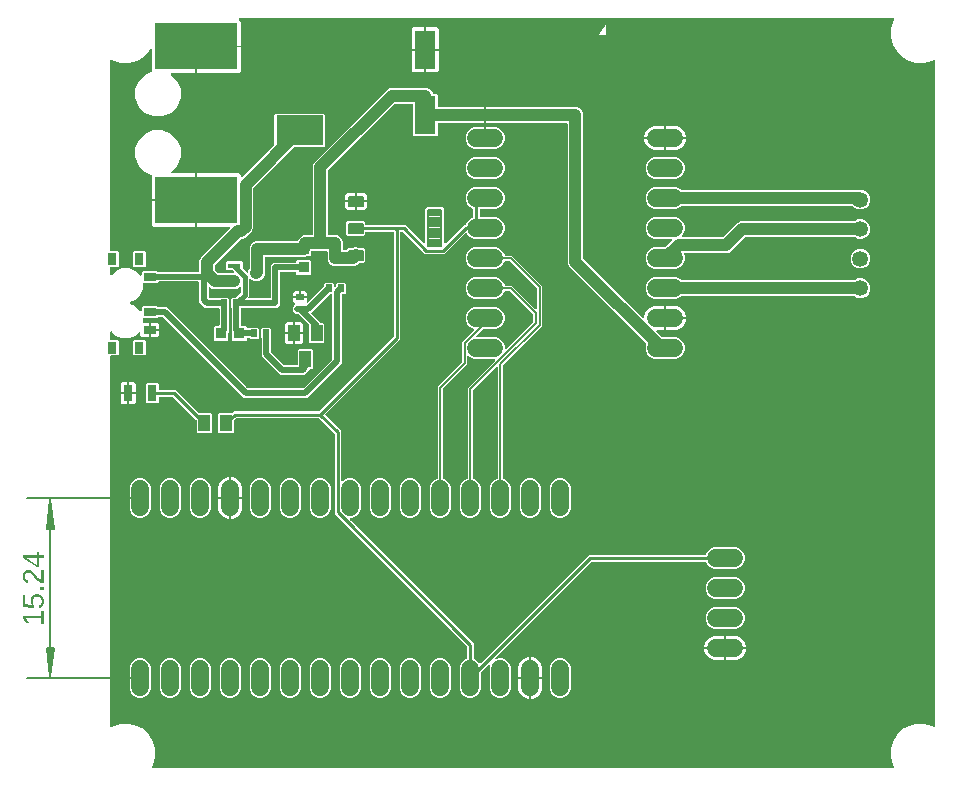
<source format=gbr>
G04 EAGLE Gerber RS-274X export*
G75*
%MOMM*%
%FSLAX34Y34*%
%LPD*%
%INTop Copper*%
%IPPOS*%
%AMOC8*
5,1,8,0,0,1.08239X$1,22.5*%
G01*
G04 Define Apertures*
%ADD10C,0.130000*%
%ADD11C,1.348000*%
%ADD12C,0.139500*%
%ADD13C,0.196500*%
%ADD14C,1.524000*%
%ADD15R,1.803400X3.302000*%
%ADD16R,4.000000X2.500000*%
%ADD17R,7.000000X4.000000*%
%ADD18R,1.031200X1.420200*%
%ADD19R,1.080000X0.430000*%
%ADD20R,0.644000X0.535100*%
%ADD21R,0.535100X0.644000*%
%ADD22R,0.970200X0.920900*%
%ADD23R,0.920900X0.970200*%
%ADD24R,1.100000X0.700000*%
%ADD25R,0.800000X1.000000*%
%ADD26R,1.000000X1.400000*%
%ADD27R,0.761800X1.361800*%
%ADD28C,0.254000*%
%ADD29C,0.152400*%
%ADD30C,1.016000*%
%ADD31C,0.508000*%
%ADD32C,0.406400*%
G36*
X675757Y152460D02*
X675460Y152400D01*
X48440Y152400D01*
X48080Y152490D01*
X47846Y152684D01*
X47707Y152953D01*
X47684Y153255D01*
X47780Y153543D01*
X48845Y155389D01*
X50560Y161788D01*
X50560Y168412D01*
X48845Y174811D01*
X45533Y180549D01*
X40849Y185233D01*
X35111Y188545D01*
X28712Y190260D01*
X22088Y190260D01*
X15689Y188545D01*
X13843Y187480D01*
X13486Y187378D01*
X13187Y187429D01*
X12932Y187592D01*
X12760Y187843D01*
X12700Y188140D01*
X12700Y501314D01*
X12751Y501589D01*
X12915Y501844D01*
X13165Y502016D01*
X13462Y502076D01*
X18791Y502076D01*
X19684Y502969D01*
X19684Y514231D01*
X18791Y515124D01*
X13462Y515124D01*
X13187Y515175D01*
X12932Y515339D01*
X12760Y515589D01*
X12700Y515886D01*
X12700Y521488D01*
X12747Y521751D01*
X12906Y522009D01*
X13154Y522185D01*
X13450Y522250D01*
X13748Y522194D01*
X14001Y522027D01*
X17356Y518672D01*
X22744Y516440D01*
X28576Y516440D01*
X33964Y518672D01*
X36819Y521527D01*
X37039Y521680D01*
X37334Y521750D01*
X37633Y521699D01*
X37888Y521535D01*
X38060Y521285D01*
X38120Y520988D01*
X38120Y519048D01*
X39608Y517560D01*
X45398Y517560D01*
X45398Y529640D01*
X41082Y529640D01*
X40807Y529691D01*
X40552Y529855D01*
X40380Y530105D01*
X40320Y530402D01*
X40320Y532814D01*
X40371Y533089D01*
X40535Y533344D01*
X40785Y533516D01*
X41082Y533576D01*
X52291Y533576D01*
X53028Y534313D01*
X53270Y534476D01*
X53567Y534536D01*
X56608Y534536D01*
X56894Y534480D01*
X57147Y534313D01*
X125624Y465836D01*
X179483Y465836D01*
X208929Y495281D01*
X208929Y553294D01*
X208980Y553569D01*
X209143Y553824D01*
X209393Y553996D01*
X209691Y554056D01*
X211582Y554056D01*
X212475Y554949D01*
X212475Y562651D01*
X211582Y563544D01*
X204968Y563544D01*
X204076Y562651D01*
X204076Y560664D01*
X204020Y560378D01*
X203852Y560125D01*
X203625Y559898D01*
X203406Y559745D01*
X203111Y559675D01*
X202812Y559726D01*
X202556Y559889D01*
X202385Y560139D01*
X202325Y560437D01*
X202325Y562651D01*
X201432Y563544D01*
X194818Y563544D01*
X193926Y562651D01*
X193926Y560664D01*
X193870Y560378D01*
X193702Y560125D01*
X180466Y546889D01*
X180247Y546736D01*
X179952Y546666D01*
X179653Y546717D01*
X179397Y546880D01*
X179226Y547130D01*
X179166Y547428D01*
X179166Y550413D01*
X167646Y550413D01*
X167646Y547447D01*
X169173Y545920D01*
X169331Y545690D01*
X169396Y545394D01*
X169340Y545096D01*
X169173Y544843D01*
X168621Y544292D01*
X168606Y544211D01*
X168438Y543959D01*
X167053Y542573D01*
X167053Y539206D01*
X169433Y536826D01*
X171542Y536826D01*
X171828Y536770D01*
X172081Y536602D01*
X180553Y528130D01*
X180716Y527889D01*
X180776Y527592D01*
X180776Y513243D01*
X181669Y512351D01*
X192931Y512351D01*
X193824Y513243D01*
X193824Y528506D01*
X192931Y529399D01*
X191095Y529399D01*
X190809Y529454D01*
X190556Y529622D01*
X183164Y537014D01*
X183006Y537244D01*
X182941Y537541D01*
X182996Y537839D01*
X183164Y538092D01*
X198905Y553833D01*
X199147Y553996D01*
X199444Y554056D01*
X200039Y554056D01*
X200313Y554005D01*
X200569Y553841D01*
X200740Y553591D01*
X200801Y553294D01*
X200801Y498964D01*
X200745Y498678D01*
X200577Y498425D01*
X176340Y474187D01*
X176098Y474024D01*
X175801Y473964D01*
X129306Y473964D01*
X129020Y474020D01*
X128768Y474187D01*
X60291Y542664D01*
X53567Y542664D01*
X53281Y542720D01*
X53028Y542887D01*
X52291Y543624D01*
X40029Y543624D01*
X39136Y542731D01*
X39136Y540196D01*
X39089Y539933D01*
X38930Y539675D01*
X38682Y539499D01*
X38386Y539434D01*
X38088Y539490D01*
X37835Y539657D01*
X33964Y543528D01*
X29455Y545396D01*
X29230Y545540D01*
X29052Y545786D01*
X28985Y546082D01*
X29038Y546380D01*
X29203Y546635D01*
X29455Y546804D01*
X33964Y548672D01*
X38088Y552796D01*
X40320Y558184D01*
X40320Y562814D01*
X40371Y563089D01*
X40535Y563344D01*
X40785Y563516D01*
X41082Y563576D01*
X52291Y563576D01*
X53028Y564313D01*
X53270Y564476D01*
X53567Y564536D01*
X87016Y564536D01*
X87291Y564485D01*
X87546Y564321D01*
X87718Y564071D01*
X87778Y563774D01*
X87778Y547317D01*
X93059Y542036D01*
X104399Y542036D01*
X104674Y541985D01*
X104929Y541821D01*
X105101Y541571D01*
X105161Y541274D01*
X105161Y527837D01*
X105110Y527562D01*
X104946Y527307D01*
X104696Y527135D01*
X104399Y527075D01*
X101318Y527075D01*
X100426Y526182D01*
X100426Y515218D01*
X101318Y514325D01*
X111790Y514325D01*
X112683Y515218D01*
X112683Y520766D01*
X112738Y521051D01*
X112906Y521304D01*
X113289Y521688D01*
X113289Y541798D01*
X113345Y542084D01*
X113425Y542204D01*
X113425Y549951D01*
X112532Y550844D01*
X105918Y550844D01*
X105461Y550387D01*
X105220Y550224D01*
X104923Y550164D01*
X96741Y550164D01*
X96455Y550220D01*
X96202Y550387D01*
X96129Y550460D01*
X95966Y550702D01*
X95906Y550999D01*
X95906Y559157D01*
X95953Y559420D01*
X96112Y559678D01*
X96360Y559854D01*
X96656Y559919D01*
X96954Y559863D01*
X97207Y559696D01*
X97501Y559401D01*
X99928Y558396D01*
X119014Y558396D01*
X121441Y559401D01*
X121799Y559760D01*
X122019Y559913D01*
X122314Y559983D01*
X122613Y559932D01*
X122868Y559768D01*
X123040Y559518D01*
X123100Y559221D01*
X123100Y555170D01*
X123044Y554884D01*
X122877Y554631D01*
X119313Y551067D01*
X119072Y550904D01*
X118774Y550844D01*
X116068Y550844D01*
X115176Y549951D01*
X115176Y542206D01*
X115251Y542095D01*
X115311Y541798D01*
X115311Y521688D01*
X115694Y521304D01*
X115857Y521063D01*
X115918Y520766D01*
X115918Y515218D01*
X116810Y514325D01*
X127282Y514325D01*
X128175Y515218D01*
X128175Y515874D01*
X128226Y516149D01*
X128389Y516404D01*
X128639Y516576D01*
X128937Y516636D01*
X130323Y516636D01*
X130609Y516580D01*
X130861Y516413D01*
X131318Y515956D01*
X137932Y515956D01*
X138825Y516849D01*
X138825Y524551D01*
X137932Y525444D01*
X131318Y525444D01*
X130861Y524987D01*
X130620Y524824D01*
X130323Y524764D01*
X128937Y524764D01*
X128662Y524815D01*
X128406Y524979D01*
X128235Y525229D01*
X128175Y525526D01*
X128175Y526182D01*
X127282Y527075D01*
X124201Y527075D01*
X123926Y527126D01*
X123671Y527290D01*
X123499Y527540D01*
X123439Y527837D01*
X123439Y541274D01*
X123490Y541549D01*
X123654Y541804D01*
X123904Y541976D01*
X124201Y542036D01*
X154083Y542036D01*
X156464Y544417D01*
X156464Y571628D01*
X156515Y571903D01*
X156679Y572158D01*
X156929Y572330D01*
X157226Y572390D01*
X169238Y572390D01*
X169512Y572339D01*
X169768Y572175D01*
X169939Y571925D01*
X170000Y571628D01*
X170000Y571218D01*
X170892Y570326D01*
X181857Y570326D01*
X182750Y571218D01*
X182750Y581690D01*
X181857Y582583D01*
X170892Y582583D01*
X170000Y581690D01*
X170000Y581280D01*
X169948Y581005D01*
X169785Y580750D01*
X169535Y580578D01*
X169238Y580518D01*
X150717Y580518D01*
X148336Y578137D01*
X148336Y550926D01*
X148285Y550651D01*
X148121Y550396D01*
X147871Y550224D01*
X147574Y550164D01*
X130308Y550164D01*
X130044Y550211D01*
X129786Y550370D01*
X129611Y550618D01*
X129546Y550914D01*
X129601Y551212D01*
X129769Y551465D01*
X130212Y551908D01*
X130212Y566409D01*
X130259Y566672D01*
X130418Y566930D01*
X130666Y567106D01*
X130962Y567171D01*
X131260Y567115D01*
X131513Y566948D01*
X132559Y565901D01*
X134986Y564896D01*
X137614Y564896D01*
X140041Y565901D01*
X141742Y567603D01*
X141984Y567766D01*
X142281Y567826D01*
X142331Y567826D01*
X143224Y568719D01*
X143224Y569413D01*
X143282Y569705D01*
X143890Y571172D01*
X143890Y584580D01*
X143941Y584855D01*
X144105Y585110D01*
X144355Y585282D01*
X144652Y585342D01*
X177688Y585342D01*
X178696Y585760D01*
X178988Y585818D01*
X181857Y585818D01*
X182750Y586710D01*
X182750Y589534D01*
X182801Y589809D01*
X182964Y590064D01*
X183214Y590236D01*
X183512Y590296D01*
X195834Y590296D01*
X196109Y590245D01*
X196364Y590081D01*
X196536Y589831D01*
X196596Y589534D01*
X196596Y582886D01*
X197601Y580459D01*
X199459Y578601D01*
X201886Y577596D01*
X219364Y577596D01*
X221791Y578601D01*
X223492Y580303D01*
X223734Y580466D01*
X224031Y580526D01*
X227323Y580526D01*
X228624Y581827D01*
X228624Y591573D01*
X227323Y592874D01*
X223053Y592874D01*
X222762Y592932D01*
X221864Y593304D01*
X219236Y593304D01*
X218338Y592932D01*
X218047Y592874D01*
X213777Y592874D01*
X212476Y591573D01*
X212476Y591566D01*
X212425Y591291D01*
X212261Y591036D01*
X212011Y590864D01*
X211714Y590804D01*
X210566Y590804D01*
X210291Y590855D01*
X210036Y591019D01*
X209864Y591269D01*
X209804Y591566D01*
X209804Y598214D01*
X208799Y600641D01*
X206941Y602499D01*
X204514Y603504D01*
X197866Y603504D01*
X197591Y603555D01*
X197336Y603719D01*
X197164Y603969D01*
X197104Y604266D01*
X197104Y657984D01*
X197160Y658270D01*
X197327Y658523D01*
X253718Y714914D01*
X253960Y715077D01*
X254257Y715137D01*
X268097Y715137D01*
X268372Y715086D01*
X268627Y714922D01*
X268799Y714672D01*
X268859Y714375D01*
X268859Y688371D01*
X269752Y687478D01*
X289048Y687478D01*
X289941Y688371D01*
X289941Y698146D01*
X289992Y698421D01*
X290156Y698676D01*
X290406Y698848D01*
X290703Y698908D01*
X399034Y698908D01*
X399309Y698857D01*
X399564Y698693D01*
X399736Y698443D01*
X399796Y698146D01*
X399796Y580117D01*
X400801Y577690D01*
X466307Y512185D01*
X466467Y511949D01*
X466530Y511652D01*
X466472Y511354D01*
X465836Y509819D01*
X465836Y506181D01*
X467228Y502820D01*
X469800Y500248D01*
X473161Y498856D01*
X492039Y498856D01*
X495400Y500248D01*
X497972Y502820D01*
X499364Y506181D01*
X499364Y509819D01*
X497972Y513180D01*
X495400Y515752D01*
X492039Y517144D01*
X480342Y517144D01*
X480056Y517200D01*
X479803Y517367D01*
X475231Y521939D01*
X475078Y522159D01*
X475008Y522454D01*
X475059Y522753D01*
X475223Y523008D01*
X475473Y523180D01*
X475770Y523240D01*
X481838Y523240D01*
X481838Y543560D01*
X472959Y543560D01*
X469225Y542013D01*
X466367Y539155D01*
X464820Y535421D01*
X464820Y534190D01*
X464773Y533927D01*
X464614Y533668D01*
X464366Y533493D01*
X464070Y533428D01*
X463772Y533484D01*
X463519Y533651D01*
X413227Y583943D01*
X413064Y584185D01*
X413004Y584482D01*
X413004Y706826D01*
X411999Y709253D01*
X410141Y711111D01*
X407714Y712116D01*
X290703Y712116D01*
X290428Y712167D01*
X290173Y712331D01*
X290001Y712581D01*
X289941Y712878D01*
X289941Y722653D01*
X289048Y723546D01*
X286310Y723546D01*
X286029Y723599D01*
X285775Y723765D01*
X285606Y724016D01*
X284999Y725482D01*
X283141Y727340D01*
X280714Y728345D01*
X249892Y728345D01*
X247465Y727340D01*
X184901Y664776D01*
X183896Y662349D01*
X183896Y604266D01*
X183845Y603991D01*
X183681Y603736D01*
X183431Y603564D01*
X183134Y603504D01*
X176486Y603504D01*
X174059Y602499D01*
X170776Y599215D01*
X170695Y599020D01*
X170539Y598782D01*
X170288Y598610D01*
X169991Y598550D01*
X135972Y598550D01*
X133545Y597545D01*
X131687Y595687D01*
X130682Y593260D01*
X130682Y575903D01*
X130626Y575617D01*
X130459Y575364D01*
X129376Y574281D01*
X129376Y572772D01*
X129329Y572508D01*
X129170Y572250D01*
X128922Y572075D01*
X128626Y572010D01*
X128328Y572065D01*
X128075Y572233D01*
X124847Y575461D01*
X124684Y575702D01*
X124624Y576000D01*
X124624Y580781D01*
X123731Y581674D01*
X111669Y581674D01*
X110776Y580781D01*
X110776Y575219D01*
X111669Y574326D01*
X115608Y574326D01*
X115894Y574270D01*
X116147Y574103D01*
X117345Y572905D01*
X117498Y572685D01*
X117568Y572390D01*
X117517Y572091D01*
X117354Y571836D01*
X117104Y571664D01*
X116806Y571604D01*
X104293Y571604D01*
X104007Y571660D01*
X103754Y571827D01*
X101569Y574012D01*
X101406Y574254D01*
X101346Y574551D01*
X101346Y577788D01*
X101402Y578074D01*
X101569Y578327D01*
X123311Y600069D01*
X123552Y600232D01*
X123850Y600292D01*
X124609Y600292D01*
X127036Y601297D01*
X132763Y607024D01*
X133768Y609451D01*
X133768Y643553D01*
X133824Y643839D01*
X133991Y644092D01*
X168152Y678253D01*
X168394Y678416D01*
X168691Y678476D01*
X193691Y678476D01*
X194584Y679369D01*
X194584Y705631D01*
X193691Y706524D01*
X152429Y706524D01*
X151536Y705631D01*
X151536Y680631D01*
X151480Y680345D01*
X151313Y680092D01*
X124401Y653180D01*
X124181Y653027D01*
X123886Y652957D01*
X123587Y653008D01*
X123332Y653172D01*
X123160Y653422D01*
X123100Y653719D01*
X123100Y654552D01*
X121612Y656040D01*
X86322Y656040D01*
X86322Y610960D01*
X113683Y610960D01*
X113947Y610913D01*
X114205Y610754D01*
X114380Y610506D01*
X114445Y610210D01*
X114390Y609912D01*
X114222Y609659D01*
X89143Y584580D01*
X88138Y582153D01*
X88138Y573426D01*
X88087Y573151D01*
X87923Y572896D01*
X87673Y572724D01*
X87376Y572664D01*
X53567Y572664D01*
X53281Y572720D01*
X53028Y572887D01*
X52291Y573624D01*
X40029Y573624D01*
X39136Y572731D01*
X39136Y570196D01*
X39089Y569933D01*
X38930Y569675D01*
X38682Y569499D01*
X38386Y569434D01*
X38088Y569490D01*
X37835Y569657D01*
X33964Y573528D01*
X28576Y575760D01*
X22744Y575760D01*
X17356Y573528D01*
X14001Y570173D01*
X13781Y570020D01*
X13486Y569950D01*
X13187Y570001D01*
X12932Y570165D01*
X12760Y570415D01*
X12700Y570712D01*
X12700Y576314D01*
X12751Y576589D01*
X12915Y576844D01*
X13165Y577016D01*
X13462Y577076D01*
X18791Y577076D01*
X19684Y577969D01*
X19684Y589231D01*
X18791Y590124D01*
X13462Y590124D01*
X13187Y590175D01*
X12932Y590339D01*
X12760Y590589D01*
X12700Y590886D01*
X12700Y751660D01*
X12790Y752020D01*
X12984Y752254D01*
X13253Y752393D01*
X13555Y752417D01*
X13843Y752320D01*
X15689Y751255D01*
X22088Y749540D01*
X28712Y749540D01*
X35111Y751255D01*
X40849Y754567D01*
X45533Y759251D01*
X46598Y761096D01*
X46694Y761228D01*
X46939Y761407D01*
X47234Y761477D01*
X47533Y761426D01*
X47788Y761263D01*
X47960Y761012D01*
X48020Y760715D01*
X48020Y742660D01*
X47967Y742380D01*
X47801Y742126D01*
X47550Y741956D01*
X42207Y739743D01*
X36817Y734353D01*
X33900Y727311D01*
X33900Y719689D01*
X36817Y712647D01*
X42207Y707257D01*
X49249Y704340D01*
X56871Y704340D01*
X63913Y707257D01*
X69303Y712647D01*
X72220Y719689D01*
X72220Y727311D01*
X69303Y734353D01*
X63997Y739659D01*
X63844Y739879D01*
X63774Y740174D01*
X63825Y740473D01*
X63989Y740728D01*
X64239Y740900D01*
X64536Y740960D01*
X84798Y740960D01*
X84798Y764262D01*
X123100Y764262D01*
X123100Y784552D01*
X121553Y786099D01*
X121400Y786319D01*
X121330Y786614D01*
X121381Y786913D01*
X121544Y787168D01*
X121795Y787340D01*
X122092Y787400D01*
X675460Y787400D01*
X675820Y787310D01*
X676054Y787116D01*
X676193Y786847D01*
X676217Y786545D01*
X676120Y786257D01*
X675055Y784411D01*
X673340Y778012D01*
X673340Y771388D01*
X675055Y764989D01*
X678367Y759251D01*
X683051Y754567D01*
X688789Y751255D01*
X695188Y749540D01*
X701812Y749540D01*
X708211Y751255D01*
X710057Y752320D01*
X710414Y752422D01*
X710713Y752371D01*
X710968Y752208D01*
X711140Y751957D01*
X711200Y751660D01*
X711200Y188140D01*
X711110Y187780D01*
X710916Y187546D01*
X710647Y187407D01*
X710345Y187384D01*
X710057Y187480D01*
X708211Y188545D01*
X701812Y190260D01*
X695188Y190260D01*
X688789Y188545D01*
X683051Y185233D01*
X678367Y180549D01*
X675055Y174811D01*
X673340Y168412D01*
X673340Y161788D01*
X675055Y155389D01*
X676120Y153543D01*
X676222Y153186D01*
X676171Y152887D01*
X676008Y152632D01*
X675757Y152460D01*
G37*
%LPC*%
G36*
X267843Y761392D02*
X278638Y761392D01*
X278638Y779680D01*
X269331Y779680D01*
X267843Y778192D01*
X267843Y761392D01*
G37*
G36*
X280162Y761392D02*
X290957Y761392D01*
X290957Y778192D01*
X289469Y779680D01*
X280162Y779680D01*
X280162Y761392D01*
G37*
G36*
X86322Y740960D02*
X121612Y740960D01*
X123100Y742448D01*
X123100Y762738D01*
X86322Y762738D01*
X86322Y740960D01*
G37*
G36*
X269331Y741580D02*
X278638Y741580D01*
X278638Y759868D01*
X267843Y759868D01*
X267843Y743068D01*
X269331Y741580D01*
G37*
G36*
X280162Y741580D02*
X289469Y741580D01*
X290957Y743068D01*
X290957Y759868D01*
X280162Y759868D01*
X280162Y741580D01*
G37*
G36*
X483362Y686562D02*
X500380Y686562D01*
X500380Y687821D01*
X498833Y691555D01*
X495975Y694413D01*
X492241Y695960D01*
X483362Y695960D01*
X483362Y686562D01*
G37*
G36*
X464820Y686562D02*
X481838Y686562D01*
X481838Y695960D01*
X472959Y695960D01*
X469225Y694413D01*
X466367Y691555D01*
X464820Y687821D01*
X464820Y686562D01*
G37*
G36*
X320761Y676656D02*
X339639Y676656D01*
X343000Y678048D01*
X345572Y680620D01*
X346964Y683981D01*
X346964Y687619D01*
X345572Y690980D01*
X343000Y693552D01*
X339639Y694944D01*
X320761Y694944D01*
X317400Y693552D01*
X314828Y690980D01*
X313436Y687619D01*
X313436Y683981D01*
X314828Y680620D01*
X317400Y678048D01*
X320761Y676656D01*
G37*
G36*
X48020Y634262D02*
X84798Y634262D01*
X84798Y656040D01*
X64536Y656040D01*
X64273Y656087D01*
X64015Y656246D01*
X63839Y656494D01*
X63774Y656790D01*
X63830Y657088D01*
X63997Y657341D01*
X69303Y662647D01*
X72220Y669689D01*
X72220Y677311D01*
X69303Y684353D01*
X63913Y689743D01*
X56871Y692660D01*
X49249Y692660D01*
X42207Y689743D01*
X36817Y684353D01*
X33900Y677311D01*
X33900Y669689D01*
X36817Y662647D01*
X42207Y657257D01*
X47550Y655044D01*
X47788Y654887D01*
X47960Y654637D01*
X48020Y654340D01*
X48020Y634262D01*
G37*
G36*
X472959Y675640D02*
X481838Y675640D01*
X481838Y685038D01*
X464820Y685038D01*
X464820Y683779D01*
X466367Y680045D01*
X469225Y677187D01*
X472959Y675640D01*
G37*
G36*
X483362Y675640D02*
X492241Y675640D01*
X495975Y677187D01*
X498833Y680045D01*
X500380Y683779D01*
X500380Y685038D01*
X483362Y685038D01*
X483362Y675640D01*
G37*
G36*
X320761Y651256D02*
X339639Y651256D01*
X343000Y652648D01*
X345572Y655220D01*
X346964Y658581D01*
X346964Y662219D01*
X345572Y665580D01*
X343000Y668152D01*
X339639Y669544D01*
X320761Y669544D01*
X317400Y668152D01*
X314828Y665580D01*
X313436Y662219D01*
X313436Y658581D01*
X314828Y655220D01*
X317400Y652648D01*
X320761Y651256D01*
G37*
G36*
X473161Y651256D02*
X492039Y651256D01*
X495400Y652648D01*
X497972Y655220D01*
X499364Y658581D01*
X499364Y662219D01*
X497972Y665580D01*
X495400Y668152D01*
X492039Y669544D01*
X473161Y669544D01*
X469800Y668152D01*
X467228Y665580D01*
X465836Y662219D01*
X465836Y658581D01*
X467228Y655220D01*
X469800Y652648D01*
X473161Y651256D01*
G37*
G36*
X315681Y211836D02*
X319319Y211836D01*
X322680Y213228D01*
X325252Y215800D01*
X326644Y219161D01*
X326644Y233477D01*
X326700Y233763D01*
X326867Y234016D01*
X333074Y240222D01*
X333288Y240373D01*
X333582Y240445D01*
X333881Y240396D01*
X334138Y240235D01*
X334312Y239986D01*
X334374Y239690D01*
X334316Y239392D01*
X333756Y238039D01*
X333756Y219161D01*
X335148Y215800D01*
X337720Y213228D01*
X341081Y211836D01*
X344719Y211836D01*
X348080Y213228D01*
X350652Y215800D01*
X352044Y219161D01*
X352044Y238039D01*
X350652Y241400D01*
X348080Y243972D01*
X344719Y245364D01*
X341081Y245364D01*
X339728Y244804D01*
X339473Y244746D01*
X339173Y244793D01*
X338915Y244952D01*
X338740Y245199D01*
X338675Y245495D01*
X338730Y245794D01*
X338898Y246046D01*
X420034Y327183D01*
X420276Y327346D01*
X420573Y327406D01*
X516531Y327406D01*
X516811Y327353D01*
X517065Y327187D01*
X517235Y326936D01*
X518028Y325020D01*
X520600Y322448D01*
X523961Y321056D01*
X542839Y321056D01*
X546200Y322448D01*
X548772Y325020D01*
X550164Y328381D01*
X550164Y332019D01*
X548772Y335380D01*
X546200Y337952D01*
X542839Y339344D01*
X523961Y339344D01*
X520600Y337952D01*
X518028Y335380D01*
X517235Y333464D01*
X517078Y333226D01*
X516828Y333054D01*
X516531Y332994D01*
X417943Y332994D01*
X326339Y241390D01*
X326109Y241232D01*
X325812Y241167D01*
X325514Y241223D01*
X325261Y241390D01*
X322680Y243972D01*
X320764Y244765D01*
X320526Y244922D01*
X320354Y245172D01*
X320294Y245469D01*
X320294Y258210D01*
X215569Y362935D01*
X215416Y363155D01*
X215346Y363450D01*
X215397Y363749D01*
X215560Y364004D01*
X215810Y364176D01*
X216107Y364236D01*
X217719Y364236D01*
X221080Y365628D01*
X223652Y368200D01*
X225044Y371561D01*
X225044Y390439D01*
X223652Y393800D01*
X221080Y396372D01*
X217719Y397764D01*
X214081Y397764D01*
X210720Y396372D01*
X209581Y395232D01*
X209361Y395079D01*
X209066Y395010D01*
X208767Y395060D01*
X208512Y395224D01*
X208340Y395474D01*
X208280Y395771D01*
X208280Y438078D01*
X195031Y451327D01*
X194873Y451558D01*
X194808Y451854D01*
X194864Y452152D01*
X195031Y452405D01*
X258088Y515462D01*
X258088Y606044D01*
X258139Y606319D01*
X258303Y606574D01*
X258553Y606746D01*
X258850Y606806D01*
X259851Y606806D01*
X260137Y606750D01*
X260390Y606583D01*
X279161Y587812D01*
X295739Y587812D01*
X313295Y605368D01*
X313520Y605524D01*
X313816Y605591D01*
X314114Y605538D01*
X314368Y605372D01*
X314538Y605121D01*
X314828Y604420D01*
X317400Y601848D01*
X320761Y600456D01*
X339639Y600456D01*
X343000Y601848D01*
X345572Y604420D01*
X346964Y607781D01*
X346964Y611419D01*
X345572Y614780D01*
X343000Y617352D01*
X339639Y618744D01*
X326136Y618744D01*
X325861Y618795D01*
X325606Y618959D01*
X325434Y619209D01*
X325374Y619506D01*
X325374Y625094D01*
X325425Y625369D01*
X325589Y625624D01*
X325839Y625796D01*
X326136Y625856D01*
X339639Y625856D01*
X343000Y627248D01*
X345572Y629820D01*
X346964Y633181D01*
X346964Y636819D01*
X345572Y640180D01*
X343000Y642752D01*
X339639Y644144D01*
X320761Y644144D01*
X317400Y642752D01*
X314828Y640180D01*
X313436Y636819D01*
X313436Y633181D01*
X314828Y629820D01*
X317400Y627248D01*
X319316Y626455D01*
X319554Y626298D01*
X319726Y626048D01*
X319786Y625751D01*
X319786Y618849D01*
X319733Y618569D01*
X319567Y618315D01*
X319316Y618145D01*
X317400Y617352D01*
X314828Y614780D01*
X314035Y612864D01*
X313878Y612626D01*
X313628Y612454D01*
X313331Y612394D01*
X312418Y612394D01*
X296825Y596800D01*
X296605Y596647D01*
X296310Y596578D01*
X296011Y596628D01*
X295756Y596792D01*
X295584Y597042D01*
X295524Y597339D01*
X295524Y625856D01*
X294056Y627324D01*
X280844Y627324D01*
X279376Y625856D01*
X279376Y597339D01*
X279329Y597076D01*
X279170Y596818D01*
X278922Y596642D01*
X278626Y596577D01*
X278328Y596633D01*
X278075Y596800D01*
X262482Y612394D01*
X229386Y612394D01*
X229111Y612445D01*
X228856Y612609D01*
X228684Y612859D01*
X228624Y613156D01*
X228624Y614473D01*
X227323Y615774D01*
X213777Y615774D01*
X212476Y614473D01*
X212476Y604727D01*
X213777Y603426D01*
X227323Y603426D01*
X228624Y604727D01*
X228624Y606044D01*
X228675Y606319D01*
X228839Y606574D01*
X229089Y606746D01*
X229386Y606806D01*
X251738Y606806D01*
X252013Y606755D01*
X252268Y606591D01*
X252440Y606341D01*
X252500Y606044D01*
X252500Y518092D01*
X252444Y517806D01*
X252277Y517553D01*
X189607Y454883D01*
X189365Y454720D01*
X189068Y454660D01*
X117004Y454660D01*
X115692Y453348D01*
X115450Y453185D01*
X115153Y453125D01*
X105008Y453125D01*
X104115Y452232D01*
X104115Y436768D01*
X105008Y435875D01*
X116582Y435875D01*
X117475Y436768D01*
X117475Y446913D01*
X117531Y447199D01*
X117698Y447452D01*
X119095Y448849D01*
X119337Y449012D01*
X119634Y449072D01*
X189068Y449072D01*
X189354Y449016D01*
X189607Y448849D01*
X202469Y435987D01*
X202632Y435745D01*
X202692Y435448D01*
X202692Y367909D01*
X314483Y256118D01*
X314646Y255877D01*
X314706Y255579D01*
X314706Y245469D01*
X314653Y245189D01*
X314487Y244935D01*
X314236Y244765D01*
X312320Y243972D01*
X309748Y241400D01*
X308356Y238039D01*
X308356Y219161D01*
X309748Y215800D01*
X312320Y213228D01*
X315681Y211836D01*
G37*
G36*
X646056Y625536D02*
X649344Y625536D01*
X652381Y626794D01*
X654706Y629119D01*
X655964Y632156D01*
X655964Y635444D01*
X654706Y638481D01*
X652381Y640806D01*
X649344Y642064D01*
X646056Y642064D01*
X645086Y641662D01*
X644794Y641604D01*
X496863Y641604D01*
X496577Y641660D01*
X496324Y641827D01*
X495400Y642752D01*
X492039Y644144D01*
X473161Y644144D01*
X469800Y642752D01*
X467228Y640180D01*
X465836Y636819D01*
X465836Y633181D01*
X467228Y629820D01*
X469800Y627248D01*
X473161Y625856D01*
X492039Y625856D01*
X495400Y627248D01*
X496324Y628173D01*
X496566Y628336D01*
X496863Y628396D01*
X641101Y628396D01*
X641387Y628340D01*
X641640Y628173D01*
X643019Y626794D01*
X646056Y625536D01*
G37*
G36*
X221312Y633262D02*
X229640Y633262D01*
X229640Y637794D01*
X227744Y639690D01*
X221312Y639690D01*
X221312Y633262D01*
G37*
G36*
X211460Y633262D02*
X219788Y633262D01*
X219788Y639690D01*
X213356Y639690D01*
X211460Y637794D01*
X211460Y633262D01*
G37*
G36*
X49508Y610960D02*
X84798Y610960D01*
X84798Y632738D01*
X48020Y632738D01*
X48020Y612448D01*
X49508Y610960D01*
G37*
G36*
X213356Y625310D02*
X219788Y625310D01*
X219788Y631738D01*
X211460Y631738D01*
X211460Y627206D01*
X213356Y625310D01*
G37*
G36*
X221312Y625310D02*
X227744Y625310D01*
X229640Y627206D01*
X229640Y631738D01*
X221312Y631738D01*
X221312Y625310D01*
G37*
G36*
X473161Y575056D02*
X492039Y575056D01*
X495400Y576448D01*
X497972Y579020D01*
X499364Y582381D01*
X499364Y586019D01*
X498660Y587718D01*
X498602Y587986D01*
X498653Y588285D01*
X498817Y588540D01*
X499067Y588712D01*
X499364Y588772D01*
X535525Y588772D01*
X537953Y589777D01*
X550148Y601973D01*
X550390Y602136D01*
X550687Y602196D01*
X642301Y602196D01*
X642587Y602140D01*
X642840Y601973D01*
X643019Y601794D01*
X646056Y600536D01*
X649344Y600536D01*
X652381Y601794D01*
X654706Y604119D01*
X655964Y607156D01*
X655964Y610444D01*
X654706Y613481D01*
X652381Y615806D01*
X649344Y617064D01*
X646056Y617064D01*
X643019Y615806D01*
X642840Y615627D01*
X642599Y615464D01*
X642301Y615404D01*
X546322Y615404D01*
X543895Y614399D01*
X531700Y602203D01*
X531458Y602040D01*
X531161Y601980D01*
X497371Y601980D01*
X497108Y602027D01*
X496850Y602186D01*
X496674Y602434D01*
X496609Y602730D01*
X496665Y603028D01*
X496832Y603281D01*
X497972Y604420D01*
X499364Y607781D01*
X499364Y611419D01*
X497972Y614780D01*
X495400Y617352D01*
X492039Y618744D01*
X473161Y618744D01*
X469800Y617352D01*
X467228Y614780D01*
X465836Y611419D01*
X465836Y607781D01*
X467228Y604420D01*
X469800Y601848D01*
X473161Y600456D01*
X487677Y600456D01*
X487940Y600409D01*
X488198Y600250D01*
X488374Y600002D01*
X488439Y599706D01*
X488383Y599408D01*
X488216Y599155D01*
X482628Y593567D01*
X482386Y593404D01*
X482089Y593344D01*
X473161Y593344D01*
X469800Y591952D01*
X467228Y589380D01*
X465836Y586019D01*
X465836Y582381D01*
X467228Y579020D01*
X469800Y576448D01*
X473161Y575056D01*
G37*
G36*
X290281Y364236D02*
X293919Y364236D01*
X297280Y365628D01*
X299852Y368200D01*
X301244Y371561D01*
X301244Y390439D01*
X299852Y393800D01*
X297280Y396372D01*
X294856Y397376D01*
X294618Y397532D01*
X294446Y397782D01*
X294386Y398080D01*
X294386Y473488D01*
X294442Y473774D01*
X294609Y474027D01*
X314960Y494377D01*
X314960Y500849D01*
X315007Y501112D01*
X315166Y501370D01*
X315414Y501546D01*
X315710Y501611D01*
X316008Y501555D01*
X316261Y501388D01*
X317400Y500248D01*
X320761Y498856D01*
X337613Y498856D01*
X337876Y498809D01*
X338134Y498650D01*
X338310Y498402D01*
X338375Y498106D01*
X338319Y497808D01*
X338152Y497555D01*
X315214Y474618D01*
X315214Y398080D01*
X315161Y397799D01*
X314995Y397545D01*
X314744Y397376D01*
X312320Y396372D01*
X309748Y393800D01*
X308356Y390439D01*
X308356Y371561D01*
X309748Y368200D01*
X312320Y365628D01*
X315681Y364236D01*
X319319Y364236D01*
X322680Y365628D01*
X325252Y368200D01*
X326644Y371561D01*
X326644Y390439D01*
X325252Y393800D01*
X322680Y396372D01*
X320256Y397376D01*
X320018Y397532D01*
X319846Y397782D01*
X319786Y398080D01*
X319786Y472408D01*
X319842Y472694D01*
X320009Y472947D01*
X339313Y492251D01*
X339533Y492404D01*
X339828Y492474D01*
X340127Y492423D01*
X340382Y492260D01*
X340554Y492009D01*
X340614Y491712D01*
X340614Y398080D01*
X340561Y397799D01*
X340395Y397545D01*
X340144Y397376D01*
X337720Y396372D01*
X335148Y393800D01*
X333756Y390439D01*
X333756Y371561D01*
X335148Y368200D01*
X337720Y365628D01*
X341081Y364236D01*
X344719Y364236D01*
X348080Y365628D01*
X350652Y368200D01*
X352044Y371561D01*
X352044Y390439D01*
X350652Y393800D01*
X348080Y396372D01*
X345656Y397376D01*
X345418Y397532D01*
X345246Y397782D01*
X345186Y398080D01*
X345186Y493498D01*
X345242Y493784D01*
X345409Y494036D01*
X378460Y527087D01*
X378460Y560802D01*
X352776Y586486D01*
X347280Y586486D01*
X346999Y586539D01*
X346745Y586705D01*
X346576Y586956D01*
X345572Y589380D01*
X343000Y591952D01*
X339639Y593344D01*
X320761Y593344D01*
X317400Y591952D01*
X314828Y589380D01*
X313436Y586019D01*
X313436Y582381D01*
X314828Y579020D01*
X317400Y576448D01*
X320761Y575056D01*
X339639Y575056D01*
X343000Y576448D01*
X345572Y579020D01*
X346576Y581444D01*
X346732Y581682D01*
X346982Y581854D01*
X347280Y581914D01*
X350567Y581914D01*
X350853Y581858D01*
X351106Y581691D01*
X373665Y559132D01*
X373828Y558890D01*
X373888Y558593D01*
X373888Y541814D01*
X373841Y541550D01*
X373682Y541292D01*
X373434Y541117D01*
X373138Y541052D01*
X372840Y541107D01*
X372587Y541275D01*
X352776Y561086D01*
X347280Y561086D01*
X346999Y561139D01*
X346745Y561305D01*
X346576Y561556D01*
X345572Y563980D01*
X343000Y566552D01*
X339639Y567944D01*
X320761Y567944D01*
X317400Y566552D01*
X314828Y563980D01*
X313436Y560619D01*
X313436Y556981D01*
X314828Y553620D01*
X317400Y551048D01*
X320761Y549656D01*
X339639Y549656D01*
X343000Y551048D01*
X345572Y553620D01*
X346576Y556044D01*
X346732Y556282D01*
X346982Y556454D01*
X347280Y556514D01*
X350567Y556514D01*
X350853Y556458D01*
X351106Y556291D01*
X370617Y536780D01*
X370780Y536538D01*
X370840Y536241D01*
X370840Y530559D01*
X370784Y530273D01*
X370617Y530020D01*
X348265Y507668D01*
X348045Y507515D01*
X347750Y507446D01*
X347451Y507497D01*
X347196Y507660D01*
X347024Y507910D01*
X346964Y508207D01*
X346964Y509819D01*
X345572Y513180D01*
X343000Y515752D01*
X339639Y517144D01*
X322787Y517144D01*
X322524Y517191D01*
X322266Y517350D01*
X322090Y517598D01*
X322025Y517894D01*
X322081Y518192D01*
X322248Y518445D01*
X327836Y524033D01*
X328078Y524196D01*
X328375Y524256D01*
X339639Y524256D01*
X343000Y525648D01*
X345572Y528220D01*
X346964Y531581D01*
X346964Y535219D01*
X345572Y538580D01*
X343000Y541152D01*
X339639Y542544D01*
X320761Y542544D01*
X317400Y541152D01*
X314828Y538580D01*
X313436Y535219D01*
X313436Y531581D01*
X314828Y528220D01*
X317400Y525648D01*
X320296Y524449D01*
X320526Y524300D01*
X320702Y524053D01*
X320767Y523757D01*
X320711Y523459D01*
X320544Y523206D01*
X310388Y513050D01*
X310388Y496587D01*
X310332Y496301D01*
X310165Y496048D01*
X289814Y475697D01*
X289814Y398080D01*
X289761Y397799D01*
X289595Y397545D01*
X289344Y397376D01*
X286920Y396372D01*
X284348Y393800D01*
X282956Y390439D01*
X282956Y371561D01*
X284348Y368200D01*
X286920Y365628D01*
X290281Y364236D01*
G37*
G36*
X646056Y575536D02*
X649344Y575536D01*
X652381Y576794D01*
X654706Y579119D01*
X655964Y582156D01*
X655964Y585444D01*
X654706Y588481D01*
X652381Y590806D01*
X649344Y592064D01*
X646056Y592064D01*
X643019Y590806D01*
X640694Y588481D01*
X639436Y585444D01*
X639436Y582156D01*
X640694Y579119D01*
X643019Y576794D01*
X646056Y575536D01*
G37*
G36*
X32529Y577076D02*
X41791Y577076D01*
X42684Y577969D01*
X42684Y589231D01*
X41791Y590124D01*
X32529Y590124D01*
X31636Y589231D01*
X31636Y577969D01*
X32529Y577076D01*
G37*
G36*
X473161Y549656D02*
X492039Y549656D01*
X495400Y551048D01*
X496324Y551973D01*
X496566Y552136D01*
X496863Y552196D01*
X642301Y552196D01*
X642587Y552140D01*
X642840Y551973D01*
X643019Y551794D01*
X646056Y550536D01*
X649344Y550536D01*
X652381Y551794D01*
X654706Y554119D01*
X655964Y557156D01*
X655964Y560444D01*
X654706Y563481D01*
X652381Y565806D01*
X649344Y567064D01*
X646056Y567064D01*
X643019Y565806D01*
X642840Y565627D01*
X642599Y565464D01*
X642301Y565404D01*
X496863Y565404D01*
X496577Y565460D01*
X496324Y565627D01*
X495400Y566552D01*
X492039Y567944D01*
X473161Y567944D01*
X469800Y566552D01*
X467228Y563980D01*
X465836Y560619D01*
X465836Y556981D01*
X467228Y553620D01*
X469800Y551048D01*
X473161Y549656D01*
G37*
G36*
X174168Y551937D02*
X179166Y551937D01*
X179166Y554903D01*
X177678Y556391D01*
X174168Y556391D01*
X174168Y551937D01*
G37*
G36*
X167646Y551937D02*
X172644Y551937D01*
X172644Y556391D01*
X169133Y556391D01*
X167646Y554903D01*
X167646Y551937D01*
G37*
G36*
X483362Y534162D02*
X500380Y534162D01*
X500380Y535421D01*
X498833Y539155D01*
X495975Y542013D01*
X492241Y543560D01*
X483362Y543560D01*
X483362Y534162D01*
G37*
G36*
X483362Y523240D02*
X492241Y523240D01*
X495975Y524787D01*
X498833Y527645D01*
X500380Y531379D01*
X500380Y532638D01*
X483362Y532638D01*
X483362Y523240D01*
G37*
G36*
X160760Y521637D02*
X167538Y521637D01*
X167538Y530415D01*
X162248Y530415D01*
X160760Y528927D01*
X160760Y521637D01*
G37*
G36*
X169062Y521637D02*
X175840Y521637D01*
X175840Y528927D01*
X174352Y530415D01*
X169062Y530415D01*
X169062Y521637D01*
G37*
G36*
X46922Y524362D02*
X54200Y524362D01*
X54200Y528152D01*
X52712Y529640D01*
X46922Y529640D01*
X46922Y524362D01*
G37*
G36*
X156433Y485372D02*
X177167Y485372D01*
X181922Y490127D01*
X182164Y490290D01*
X182461Y490351D01*
X183431Y490351D01*
X184324Y491243D01*
X184324Y506506D01*
X183431Y507399D01*
X172169Y507399D01*
X171276Y506506D01*
X171276Y494262D01*
X171225Y493987D01*
X171061Y493732D01*
X170811Y493560D01*
X170514Y493500D01*
X160116Y493500D01*
X159830Y493556D01*
X159577Y493723D01*
X149062Y504238D01*
X148899Y504479D01*
X148839Y504777D01*
X148839Y516398D01*
X148895Y516684D01*
X148975Y516804D01*
X148975Y524551D01*
X148082Y525444D01*
X141468Y525444D01*
X140576Y524551D01*
X140576Y516806D01*
X140651Y516695D01*
X140711Y516398D01*
X140711Y501094D01*
X156433Y485372D01*
G37*
G36*
X46922Y517560D02*
X52712Y517560D01*
X54200Y519048D01*
X54200Y522838D01*
X46922Y522838D01*
X46922Y517560D01*
G37*
G36*
X169062Y511335D02*
X174352Y511335D01*
X175840Y512822D01*
X175840Y520113D01*
X169062Y520113D01*
X169062Y511335D01*
G37*
G36*
X162248Y511335D02*
X167538Y511335D01*
X167538Y520113D01*
X160760Y520113D01*
X160760Y512822D01*
X162248Y511335D01*
G37*
G36*
X32529Y502076D02*
X41791Y502076D01*
X42684Y502969D01*
X42684Y514231D01*
X41791Y515124D01*
X32529Y515124D01*
X31636Y514231D01*
X31636Y502969D01*
X32529Y502076D01*
G37*
G36*
X28612Y470662D02*
X34199Y470662D01*
X34199Y477761D01*
X32711Y479249D01*
X28612Y479249D01*
X28612Y470662D01*
G37*
G36*
X21501Y470662D02*
X27088Y470662D01*
X27088Y479249D01*
X22989Y479249D01*
X21501Y477761D01*
X21501Y470662D01*
G37*
G36*
X86618Y435875D02*
X98192Y435875D01*
X99085Y436768D01*
X99085Y452232D01*
X98192Y453125D01*
X88047Y453125D01*
X87761Y453181D01*
X87508Y453348D01*
X68162Y472694D01*
X54445Y472694D01*
X54170Y472745D01*
X53915Y472909D01*
X53743Y473159D01*
X53683Y473456D01*
X53683Y477340D01*
X52790Y478233D01*
X43910Y478233D01*
X43017Y477340D01*
X43017Y462460D01*
X43910Y461567D01*
X52790Y461567D01*
X53683Y462460D01*
X53683Y466344D01*
X53734Y466619D01*
X53898Y466874D01*
X54148Y467046D01*
X54445Y467106D01*
X65532Y467106D01*
X65818Y467050D01*
X66071Y466883D01*
X85502Y447452D01*
X85665Y447210D01*
X85725Y446913D01*
X85725Y436768D01*
X86618Y435875D01*
G37*
G36*
X22989Y460551D02*
X27088Y460551D01*
X27088Y469138D01*
X21501Y469138D01*
X21501Y462039D01*
X22989Y460551D01*
G37*
G36*
X28612Y460551D02*
X32711Y460551D01*
X34199Y462039D01*
X34199Y469138D01*
X28612Y469138D01*
X28612Y460551D01*
G37*
G36*
X115062Y381762D02*
X124460Y381762D01*
X124460Y390641D01*
X122913Y394375D01*
X120055Y397233D01*
X116321Y398780D01*
X115062Y398780D01*
X115062Y381762D01*
G37*
G36*
X104140Y381762D02*
X113538Y381762D01*
X113538Y398780D01*
X112279Y398780D01*
X108545Y397233D01*
X105687Y394375D01*
X104140Y390641D01*
X104140Y381762D01*
G37*
G36*
X163281Y364236D02*
X166919Y364236D01*
X170280Y365628D01*
X172852Y368200D01*
X174244Y371561D01*
X174244Y390439D01*
X172852Y393800D01*
X170280Y396372D01*
X166919Y397764D01*
X163281Y397764D01*
X159920Y396372D01*
X157348Y393800D01*
X155956Y390439D01*
X155956Y371561D01*
X157348Y368200D01*
X159920Y365628D01*
X163281Y364236D01*
G37*
G36*
X137881Y364236D02*
X141519Y364236D01*
X144880Y365628D01*
X147452Y368200D01*
X148844Y371561D01*
X148844Y390439D01*
X147452Y393800D01*
X144880Y396372D01*
X141519Y397764D01*
X137881Y397764D01*
X134520Y396372D01*
X131948Y393800D01*
X130556Y390439D01*
X130556Y371561D01*
X131948Y368200D01*
X134520Y365628D01*
X137881Y364236D01*
G37*
G36*
X36281Y364236D02*
X39919Y364236D01*
X43280Y365628D01*
X45852Y368200D01*
X47244Y371561D01*
X47244Y390439D01*
X45852Y393800D01*
X43280Y396372D01*
X39919Y397764D01*
X36281Y397764D01*
X32920Y396372D01*
X30348Y393800D01*
X28956Y390439D01*
X28956Y371561D01*
X30348Y368200D01*
X32920Y365628D01*
X36281Y364236D01*
G37*
G36*
X87081Y364236D02*
X90719Y364236D01*
X94080Y365628D01*
X96652Y368200D01*
X98044Y371561D01*
X98044Y390439D01*
X96652Y393800D01*
X94080Y396372D01*
X90719Y397764D01*
X87081Y397764D01*
X83720Y396372D01*
X81148Y393800D01*
X79756Y390439D01*
X79756Y371561D01*
X81148Y368200D01*
X83720Y365628D01*
X87081Y364236D01*
G37*
G36*
X61681Y364236D02*
X65319Y364236D01*
X68680Y365628D01*
X71252Y368200D01*
X72644Y371561D01*
X72644Y390439D01*
X71252Y393800D01*
X68680Y396372D01*
X65319Y397764D01*
X61681Y397764D01*
X58320Y396372D01*
X55748Y393800D01*
X54356Y390439D01*
X54356Y371561D01*
X55748Y368200D01*
X58320Y365628D01*
X61681Y364236D01*
G37*
G36*
X391881Y364236D02*
X395519Y364236D01*
X398880Y365628D01*
X401452Y368200D01*
X402844Y371561D01*
X402844Y390439D01*
X401452Y393800D01*
X398880Y396372D01*
X395519Y397764D01*
X391881Y397764D01*
X388520Y396372D01*
X385948Y393800D01*
X384556Y390439D01*
X384556Y371561D01*
X385948Y368200D01*
X388520Y365628D01*
X391881Y364236D01*
G37*
G36*
X366481Y364236D02*
X370119Y364236D01*
X373480Y365628D01*
X376052Y368200D01*
X377444Y371561D01*
X377444Y390439D01*
X376052Y393800D01*
X373480Y396372D01*
X370119Y397764D01*
X366481Y397764D01*
X363120Y396372D01*
X360548Y393800D01*
X359156Y390439D01*
X359156Y371561D01*
X360548Y368200D01*
X363120Y365628D01*
X366481Y364236D01*
G37*
G36*
X264881Y364236D02*
X268519Y364236D01*
X271880Y365628D01*
X274452Y368200D01*
X275844Y371561D01*
X275844Y390439D01*
X274452Y393800D01*
X271880Y396372D01*
X268519Y397764D01*
X264881Y397764D01*
X261520Y396372D01*
X258948Y393800D01*
X257556Y390439D01*
X257556Y371561D01*
X258948Y368200D01*
X261520Y365628D01*
X264881Y364236D01*
G37*
G36*
X239481Y364236D02*
X243119Y364236D01*
X246480Y365628D01*
X249052Y368200D01*
X250444Y371561D01*
X250444Y390439D01*
X249052Y393800D01*
X246480Y396372D01*
X243119Y397764D01*
X239481Y397764D01*
X236120Y396372D01*
X233548Y393800D01*
X232156Y390439D01*
X232156Y371561D01*
X233548Y368200D01*
X236120Y365628D01*
X239481Y364236D01*
G37*
G36*
X188681Y364236D02*
X192319Y364236D01*
X195680Y365628D01*
X198252Y368200D01*
X199644Y371561D01*
X199644Y390439D01*
X198252Y393800D01*
X195680Y396372D01*
X192319Y397764D01*
X188681Y397764D01*
X185320Y396372D01*
X182748Y393800D01*
X181356Y390439D01*
X181356Y371561D01*
X182748Y368200D01*
X185320Y365628D01*
X188681Y364236D01*
G37*
G36*
X112279Y363220D02*
X113538Y363220D01*
X113538Y380238D01*
X104140Y380238D01*
X104140Y371359D01*
X105687Y367625D01*
X108545Y364767D01*
X112279Y363220D01*
G37*
G36*
X115062Y363220D02*
X116321Y363220D01*
X120055Y364767D01*
X122913Y367625D01*
X124460Y371359D01*
X124460Y380238D01*
X115062Y380238D01*
X115062Y363220D01*
G37*
G36*
X523961Y295656D02*
X542839Y295656D01*
X546200Y297048D01*
X548772Y299620D01*
X550164Y302981D01*
X550164Y306619D01*
X548772Y309980D01*
X546200Y312552D01*
X542839Y313944D01*
X523961Y313944D01*
X520600Y312552D01*
X518028Y309980D01*
X516636Y306619D01*
X516636Y302981D01*
X518028Y299620D01*
X520600Y297048D01*
X523961Y295656D01*
G37*
G36*
X523961Y270256D02*
X542839Y270256D01*
X546200Y271648D01*
X548772Y274220D01*
X550164Y277581D01*
X550164Y281219D01*
X548772Y284580D01*
X546200Y287152D01*
X542839Y288544D01*
X523961Y288544D01*
X520600Y287152D01*
X518028Y284580D01*
X516636Y281219D01*
X516636Y277581D01*
X518028Y274220D01*
X520600Y271648D01*
X523961Y270256D01*
G37*
G36*
X515620Y254762D02*
X532638Y254762D01*
X532638Y264160D01*
X523759Y264160D01*
X520025Y262613D01*
X517167Y259755D01*
X515620Y256021D01*
X515620Y254762D01*
G37*
G36*
X534162Y254762D02*
X551180Y254762D01*
X551180Y256021D01*
X549633Y259755D01*
X546775Y262613D01*
X543041Y264160D01*
X534162Y264160D01*
X534162Y254762D01*
G37*
G36*
X534162Y243840D02*
X543041Y243840D01*
X546775Y245387D01*
X549633Y248245D01*
X551180Y251979D01*
X551180Y253238D01*
X534162Y253238D01*
X534162Y243840D01*
G37*
G36*
X523759Y243840D02*
X532638Y243840D01*
X532638Y253238D01*
X515620Y253238D01*
X515620Y251979D01*
X517167Y248245D01*
X520025Y245387D01*
X523759Y243840D01*
G37*
G36*
X358140Y229362D02*
X367538Y229362D01*
X367538Y246380D01*
X366279Y246380D01*
X362545Y244833D01*
X359687Y241975D01*
X358140Y238241D01*
X358140Y229362D01*
G37*
G36*
X369062Y229362D02*
X378460Y229362D01*
X378460Y238241D01*
X376913Y241975D01*
X374055Y244833D01*
X370321Y246380D01*
X369062Y246380D01*
X369062Y229362D01*
G37*
G36*
X188681Y211836D02*
X192319Y211836D01*
X195680Y213228D01*
X198252Y215800D01*
X199644Y219161D01*
X199644Y238039D01*
X198252Y241400D01*
X195680Y243972D01*
X192319Y245364D01*
X188681Y245364D01*
X185320Y243972D01*
X182748Y241400D01*
X181356Y238039D01*
X181356Y219161D01*
X182748Y215800D01*
X185320Y213228D01*
X188681Y211836D01*
G37*
G36*
X163281Y211836D02*
X166919Y211836D01*
X170280Y213228D01*
X172852Y215800D01*
X174244Y219161D01*
X174244Y238039D01*
X172852Y241400D01*
X170280Y243972D01*
X166919Y245364D01*
X163281Y245364D01*
X159920Y243972D01*
X157348Y241400D01*
X155956Y238039D01*
X155956Y219161D01*
X157348Y215800D01*
X159920Y213228D01*
X163281Y211836D01*
G37*
G36*
X137881Y211836D02*
X141519Y211836D01*
X144880Y213228D01*
X147452Y215800D01*
X148844Y219161D01*
X148844Y238039D01*
X147452Y241400D01*
X144880Y243972D01*
X141519Y245364D01*
X137881Y245364D01*
X134520Y243972D01*
X131948Y241400D01*
X130556Y238039D01*
X130556Y219161D01*
X131948Y215800D01*
X134520Y213228D01*
X137881Y211836D01*
G37*
G36*
X112481Y211836D02*
X116119Y211836D01*
X119480Y213228D01*
X122052Y215800D01*
X123444Y219161D01*
X123444Y238039D01*
X122052Y241400D01*
X119480Y243972D01*
X116119Y245364D01*
X112481Y245364D01*
X109120Y243972D01*
X106548Y241400D01*
X105156Y238039D01*
X105156Y219161D01*
X106548Y215800D01*
X109120Y213228D01*
X112481Y211836D01*
G37*
G36*
X87081Y211836D02*
X90719Y211836D01*
X94080Y213228D01*
X96652Y215800D01*
X98044Y219161D01*
X98044Y238039D01*
X96652Y241400D01*
X94080Y243972D01*
X90719Y245364D01*
X87081Y245364D01*
X83720Y243972D01*
X81148Y241400D01*
X79756Y238039D01*
X79756Y219161D01*
X81148Y215800D01*
X83720Y213228D01*
X87081Y211836D01*
G37*
G36*
X61681Y211836D02*
X65319Y211836D01*
X68680Y213228D01*
X71252Y215800D01*
X72644Y219161D01*
X72644Y238039D01*
X71252Y241400D01*
X68680Y243972D01*
X65319Y245364D01*
X61681Y245364D01*
X58320Y243972D01*
X55748Y241400D01*
X54356Y238039D01*
X54356Y219161D01*
X55748Y215800D01*
X58320Y213228D01*
X61681Y211836D01*
G37*
G36*
X36281Y211836D02*
X39919Y211836D01*
X43280Y213228D01*
X45852Y215800D01*
X47244Y219161D01*
X47244Y238039D01*
X45852Y241400D01*
X43280Y243972D01*
X39919Y245364D01*
X36281Y245364D01*
X32920Y243972D01*
X30348Y241400D01*
X28956Y238039D01*
X28956Y219161D01*
X30348Y215800D01*
X32920Y213228D01*
X36281Y211836D01*
G37*
G36*
X239481Y211836D02*
X243119Y211836D01*
X246480Y213228D01*
X249052Y215800D01*
X250444Y219161D01*
X250444Y238039D01*
X249052Y241400D01*
X246480Y243972D01*
X243119Y245364D01*
X239481Y245364D01*
X236120Y243972D01*
X233548Y241400D01*
X232156Y238039D01*
X232156Y219161D01*
X233548Y215800D01*
X236120Y213228D01*
X239481Y211836D01*
G37*
G36*
X264881Y211836D02*
X268519Y211836D01*
X271880Y213228D01*
X274452Y215800D01*
X275844Y219161D01*
X275844Y238039D01*
X274452Y241400D01*
X271880Y243972D01*
X268519Y245364D01*
X264881Y245364D01*
X261520Y243972D01*
X258948Y241400D01*
X257556Y238039D01*
X257556Y219161D01*
X258948Y215800D01*
X261520Y213228D01*
X264881Y211836D01*
G37*
G36*
X290281Y211836D02*
X293919Y211836D01*
X297280Y213228D01*
X299852Y215800D01*
X301244Y219161D01*
X301244Y238039D01*
X299852Y241400D01*
X297280Y243972D01*
X293919Y245364D01*
X290281Y245364D01*
X286920Y243972D01*
X284348Y241400D01*
X282956Y238039D01*
X282956Y219161D01*
X284348Y215800D01*
X286920Y213228D01*
X290281Y211836D01*
G37*
G36*
X391881Y211836D02*
X395519Y211836D01*
X398880Y213228D01*
X401452Y215800D01*
X402844Y219161D01*
X402844Y238039D01*
X401452Y241400D01*
X398880Y243972D01*
X395519Y245364D01*
X391881Y245364D01*
X388520Y243972D01*
X385948Y241400D01*
X384556Y238039D01*
X384556Y219161D01*
X385948Y215800D01*
X388520Y213228D01*
X391881Y211836D01*
G37*
G36*
X214081Y211836D02*
X217719Y211836D01*
X221080Y213228D01*
X223652Y215800D01*
X225044Y219161D01*
X225044Y238039D01*
X223652Y241400D01*
X221080Y243972D01*
X217719Y245364D01*
X214081Y245364D01*
X210720Y243972D01*
X208148Y241400D01*
X206756Y238039D01*
X206756Y219161D01*
X208148Y215800D01*
X210720Y213228D01*
X214081Y211836D01*
G37*
G36*
X369062Y210820D02*
X370321Y210820D01*
X374055Y212367D01*
X376913Y215225D01*
X378460Y218959D01*
X378460Y227838D01*
X369062Y227838D01*
X369062Y210820D01*
G37*
G36*
X366279Y210820D02*
X367538Y210820D01*
X367538Y227838D01*
X358140Y227838D01*
X358140Y218959D01*
X359687Y215225D01*
X362545Y212367D01*
X366279Y210820D01*
G37*
%LPD*%
G36*
X-47709Y287954D02*
X-47967Y290187D01*
X-47657Y290283D01*
X-47366Y290396D01*
X-47096Y290526D01*
X-46845Y290674D01*
X-46615Y290838D01*
X-46405Y291020D01*
X-46214Y291219D01*
X-46044Y291435D01*
X-45894Y291668D01*
X-45764Y291919D01*
X-45653Y292186D01*
X-45563Y292471D01*
X-45493Y292773D01*
X-45443Y293092D01*
X-45413Y293428D01*
X-45403Y293781D01*
X-45420Y294214D01*
X-45470Y294622D01*
X-45554Y295007D01*
X-45671Y295367D01*
X-45822Y295703D01*
X-46007Y296015D01*
X-46225Y296303D01*
X-46477Y296566D01*
X-46757Y296802D01*
X-47063Y297006D01*
X-47395Y297179D01*
X-47751Y297321D01*
X-48132Y297431D01*
X-48539Y297509D01*
X-48970Y297556D01*
X-49427Y297572D01*
X-49825Y297556D01*
X-50204Y297509D01*
X-50563Y297430D01*
X-50902Y297319D01*
X-51222Y297177D01*
X-51523Y297003D01*
X-51803Y296797D01*
X-52065Y296560D01*
X-52300Y296296D01*
X-52505Y296010D01*
X-52678Y295702D01*
X-52819Y295372D01*
X-52929Y295019D01*
X-53008Y294645D01*
X-53055Y294249D01*
X-53071Y293830D01*
X-53053Y293390D01*
X-53000Y292966D01*
X-52912Y292556D01*
X-52788Y292162D01*
X-52623Y291776D01*
X-52408Y291389D01*
X-52144Y291003D01*
X-51832Y290616D01*
X-51832Y288457D01*
X-61131Y289034D01*
X-61131Y298860D01*
X-59254Y298860D01*
X-59254Y291046D01*
X-53770Y290714D01*
X-54029Y291084D01*
X-54253Y291476D01*
X-54443Y291889D01*
X-54598Y292325D01*
X-54719Y292782D01*
X-54805Y293261D01*
X-54857Y293762D01*
X-54874Y294284D01*
X-54851Y294906D01*
X-54780Y295495D01*
X-54664Y296052D01*
X-54500Y296577D01*
X-54289Y297069D01*
X-54032Y297529D01*
X-53728Y297956D01*
X-53377Y298351D01*
X-52989Y298706D01*
X-52572Y299014D01*
X-52127Y299274D01*
X-51654Y299488D01*
X-51152Y299653D01*
X-50622Y299772D01*
X-50063Y299843D01*
X-49476Y299866D01*
X-49139Y299860D01*
X-48810Y299841D01*
X-48491Y299809D01*
X-48181Y299765D01*
X-47880Y299708D01*
X-47588Y299638D01*
X-47305Y299555D01*
X-47032Y299460D01*
X-46512Y299231D01*
X-46028Y298952D01*
X-45581Y298622D01*
X-45170Y298241D01*
X-44802Y297815D01*
X-44483Y297349D01*
X-44213Y296845D01*
X-43992Y296301D01*
X-43820Y295718D01*
X-43753Y295411D01*
X-43698Y295095D01*
X-43655Y294769D01*
X-43624Y294433D01*
X-43606Y294088D01*
X-43600Y293732D01*
X-43616Y293143D01*
X-43666Y292582D01*
X-43748Y292051D01*
X-43863Y291549D01*
X-44012Y291075D01*
X-44193Y290632D01*
X-44407Y290217D01*
X-44655Y289831D01*
X-44933Y289477D01*
X-45241Y289157D01*
X-45579Y288871D01*
X-45946Y288620D01*
X-46343Y288402D01*
X-46769Y288219D01*
X-47224Y288069D01*
X-47709Y287954D01*
G37*
G36*
X-43845Y309149D02*
X-45403Y309149D01*
X-46100Y309479D01*
X-46754Y309844D01*
X-47366Y310243D01*
X-47936Y310677D01*
X-48472Y311133D01*
X-48982Y311601D01*
X-49466Y312081D01*
X-49924Y312572D01*
X-50781Y313561D01*
X-51574Y314541D01*
X-52335Y315469D01*
X-53095Y316301D01*
X-53480Y316675D01*
X-53874Y317011D01*
X-54277Y317310D01*
X-54690Y317571D01*
X-54902Y317685D01*
X-55121Y317783D01*
X-55347Y317866D01*
X-55579Y317935D01*
X-55819Y317988D01*
X-56066Y318025D01*
X-56319Y318048D01*
X-56579Y318056D01*
X-56925Y318043D01*
X-57251Y318004D01*
X-57557Y317938D01*
X-57843Y317847D01*
X-58109Y317730D01*
X-58355Y317587D01*
X-58581Y317417D01*
X-58788Y317222D01*
X-58972Y317003D01*
X-59131Y316764D01*
X-59266Y316504D01*
X-59376Y316225D01*
X-59462Y315925D01*
X-59524Y315604D01*
X-59560Y315264D01*
X-59573Y314903D01*
X-59561Y314558D01*
X-59525Y314229D01*
X-59465Y313915D01*
X-59381Y313616D01*
X-59273Y313333D01*
X-59141Y313066D01*
X-58986Y312814D01*
X-58806Y312578D01*
X-58605Y312361D01*
X-58384Y312168D01*
X-58144Y311999D01*
X-57884Y311853D01*
X-57605Y311730D01*
X-57307Y311632D01*
X-56990Y311556D01*
X-56653Y311505D01*
X-56861Y309247D01*
X-57367Y309328D01*
X-57845Y309449D01*
X-58297Y309610D01*
X-58723Y309810D01*
X-59122Y310050D01*
X-59495Y310330D01*
X-59842Y310649D01*
X-60162Y311008D01*
X-60449Y311400D01*
X-60698Y311819D01*
X-60909Y312266D01*
X-61082Y312739D01*
X-61216Y313239D01*
X-61312Y313767D01*
X-61369Y314321D01*
X-61388Y314903D01*
X-61369Y315537D01*
X-61311Y316134D01*
X-61215Y316693D01*
X-61080Y317214D01*
X-60907Y317697D01*
X-60695Y318143D01*
X-60444Y318551D01*
X-60155Y318921D01*
X-59831Y319250D01*
X-59474Y319535D01*
X-59085Y319777D01*
X-58663Y319974D01*
X-58209Y320128D01*
X-57723Y320238D01*
X-57204Y320303D01*
X-56653Y320325D01*
X-56402Y320318D01*
X-56151Y320297D01*
X-55900Y320261D01*
X-55650Y320210D01*
X-55151Y320067D01*
X-54653Y319865D01*
X-54156Y319607D01*
X-53659Y319293D01*
X-53163Y318923D01*
X-52666Y318497D01*
X-52101Y317940D01*
X-51399Y317176D01*
X-50561Y316204D01*
X-49586Y315026D01*
X-49024Y314356D01*
X-48490Y313759D01*
X-47984Y313234D01*
X-47507Y312780D01*
X-47048Y312393D01*
X-46598Y312063D01*
X-46156Y311791D01*
X-45722Y311578D01*
X-45722Y320595D01*
X-43845Y320595D01*
X-43845Y309149D01*
G37*
G36*
X-43845Y274893D02*
X-45722Y274893D01*
X-45722Y279297D01*
X-59021Y279297D01*
X-56236Y275396D01*
X-58321Y275396D01*
X-61131Y279481D01*
X-61131Y281518D01*
X-45722Y281518D01*
X-45722Y285726D01*
X-43845Y285726D01*
X-43845Y274893D01*
G37*
G36*
X-43845Y303211D02*
X-46532Y303211D01*
X-46532Y305603D01*
X-43845Y305603D01*
X-43845Y303211D01*
G37*
G36*
X-47759Y322431D02*
X-49476Y322431D01*
X-61131Y330344D01*
X-61131Y332662D01*
X-49501Y332662D01*
X-49501Y335092D01*
X-47759Y335092D01*
X-47759Y332662D01*
X-43845Y332662D01*
X-43845Y330577D01*
X-47759Y330577D01*
X-47759Y322431D01*
G37*
%LPC*%
G36*
X-49501Y324467D02*
X-49501Y330577D01*
X-58640Y330577D01*
X-57990Y330233D01*
X-57499Y329954D01*
X-57180Y329755D01*
X-50654Y325326D01*
X-49746Y324664D01*
X-49501Y324467D01*
G37*
%LPD*%
G36*
X395332Y767500D02*
X394743Y767516D01*
X394182Y767566D01*
X393651Y767648D01*
X393149Y767763D01*
X392675Y767912D01*
X392232Y768093D01*
X391817Y768307D01*
X391431Y768555D01*
X391077Y768833D01*
X390757Y769141D01*
X390471Y769479D01*
X390220Y769846D01*
X390002Y770243D01*
X389819Y770669D01*
X389669Y771124D01*
X389554Y771609D01*
X391787Y771867D01*
X391883Y771557D01*
X391996Y771266D01*
X392126Y770996D01*
X392274Y770745D01*
X392438Y770515D01*
X392620Y770305D01*
X392819Y770114D01*
X393035Y769944D01*
X393268Y769794D01*
X393519Y769664D01*
X393786Y769553D01*
X394071Y769463D01*
X394373Y769393D01*
X394692Y769343D01*
X395028Y769313D01*
X395381Y769303D01*
X395814Y769320D01*
X396222Y769370D01*
X396607Y769454D01*
X396967Y769571D01*
X397303Y769722D01*
X397615Y769907D01*
X397903Y770125D01*
X398166Y770377D01*
X398402Y770657D01*
X398606Y770963D01*
X398779Y771295D01*
X398921Y771651D01*
X399031Y772032D01*
X399109Y772439D01*
X399156Y772870D01*
X399172Y773327D01*
X399156Y773725D01*
X399109Y774104D01*
X399030Y774463D01*
X398919Y774802D01*
X398777Y775122D01*
X398603Y775423D01*
X398397Y775703D01*
X398160Y775965D01*
X397896Y776200D01*
X397610Y776405D01*
X397302Y776578D01*
X396972Y776719D01*
X396619Y776829D01*
X396245Y776908D01*
X395849Y776955D01*
X395430Y776971D01*
X394990Y776953D01*
X394566Y776900D01*
X394156Y776812D01*
X393762Y776688D01*
X393376Y776523D01*
X392989Y776308D01*
X392603Y776044D01*
X392216Y775732D01*
X390057Y775732D01*
X390634Y785031D01*
X400460Y785031D01*
X400460Y783154D01*
X392646Y783154D01*
X392314Y777670D01*
X392684Y777929D01*
X393076Y778153D01*
X393489Y778343D01*
X393925Y778498D01*
X394382Y778619D01*
X394861Y778705D01*
X395362Y778757D01*
X395884Y778774D01*
X396506Y778751D01*
X397095Y778680D01*
X397652Y778564D01*
X398177Y778400D01*
X398669Y778189D01*
X399129Y777932D01*
X399556Y777628D01*
X399951Y777277D01*
X400306Y776889D01*
X400614Y776472D01*
X400874Y776027D01*
X401088Y775554D01*
X401253Y775052D01*
X401372Y774522D01*
X401443Y773963D01*
X401466Y773376D01*
X401460Y773039D01*
X401441Y772710D01*
X401409Y772391D01*
X401365Y772081D01*
X401308Y771780D01*
X401238Y771488D01*
X401155Y771205D01*
X401060Y770932D01*
X400831Y770412D01*
X400552Y769928D01*
X400222Y769481D01*
X399841Y769070D01*
X399415Y768702D01*
X398949Y768383D01*
X398445Y768113D01*
X397901Y767892D01*
X397318Y767720D01*
X397011Y767653D01*
X396695Y767598D01*
X396369Y767555D01*
X396033Y767524D01*
X395688Y767506D01*
X395332Y767500D01*
G37*
G36*
X422195Y767745D02*
X410749Y767745D01*
X410749Y769303D01*
X411079Y770000D01*
X411444Y770654D01*
X411843Y771266D01*
X412277Y771836D01*
X412733Y772372D01*
X413201Y772882D01*
X413681Y773366D01*
X414172Y773824D01*
X415161Y774681D01*
X416141Y775474D01*
X417069Y776235D01*
X417901Y776995D01*
X418275Y777380D01*
X418611Y777774D01*
X418910Y778177D01*
X419171Y778590D01*
X419285Y778802D01*
X419383Y779021D01*
X419466Y779247D01*
X419535Y779479D01*
X419588Y779719D01*
X419625Y779966D01*
X419648Y780219D01*
X419656Y780479D01*
X419643Y780825D01*
X419604Y781151D01*
X419538Y781457D01*
X419447Y781743D01*
X419330Y782009D01*
X419187Y782255D01*
X419017Y782481D01*
X418822Y782688D01*
X418603Y782872D01*
X418364Y783031D01*
X418104Y783166D01*
X417825Y783276D01*
X417525Y783362D01*
X417204Y783424D01*
X416864Y783460D01*
X416503Y783473D01*
X416158Y783461D01*
X415829Y783425D01*
X415515Y783365D01*
X415216Y783281D01*
X414933Y783173D01*
X414666Y783041D01*
X414414Y782886D01*
X414178Y782706D01*
X413961Y782505D01*
X413768Y782284D01*
X413599Y782044D01*
X413453Y781784D01*
X413330Y781505D01*
X413232Y781207D01*
X413156Y780890D01*
X413105Y780553D01*
X410847Y780761D01*
X410928Y781267D01*
X411049Y781745D01*
X411210Y782197D01*
X411410Y782623D01*
X411650Y783022D01*
X411930Y783395D01*
X412249Y783742D01*
X412608Y784062D01*
X413000Y784349D01*
X413419Y784598D01*
X413866Y784809D01*
X414339Y784982D01*
X414839Y785116D01*
X415367Y785212D01*
X415921Y785269D01*
X416503Y785288D01*
X417137Y785269D01*
X417734Y785211D01*
X418293Y785115D01*
X418814Y784980D01*
X419297Y784807D01*
X419743Y784595D01*
X420151Y784344D01*
X420521Y784055D01*
X420850Y783731D01*
X421135Y783374D01*
X421377Y782985D01*
X421574Y782563D01*
X421728Y782109D01*
X421838Y781623D01*
X421903Y781104D01*
X421925Y780553D01*
X421918Y780302D01*
X421897Y780051D01*
X421861Y779800D01*
X421810Y779550D01*
X421667Y779051D01*
X421465Y778553D01*
X421207Y778056D01*
X420893Y777559D01*
X420523Y777063D01*
X420097Y776566D01*
X419540Y776001D01*
X418776Y775299D01*
X417804Y774461D01*
X416626Y773486D01*
X415956Y772924D01*
X415359Y772390D01*
X414834Y771884D01*
X414380Y771407D01*
X413993Y770948D01*
X413663Y770498D01*
X413391Y770056D01*
X413178Y769622D01*
X422195Y769622D01*
X422195Y767745D01*
G37*
G36*
X387326Y767745D02*
X376493Y767745D01*
X376493Y769622D01*
X380897Y769622D01*
X380897Y782921D01*
X376996Y780136D01*
X376996Y782221D01*
X381081Y785031D01*
X383118Y785031D01*
X383118Y769622D01*
X387326Y769622D01*
X387326Y767745D01*
G37*
G36*
X407203Y767745D02*
X404811Y767745D01*
X404811Y770432D01*
X407203Y770432D01*
X407203Y767745D01*
G37*
G36*
X434262Y767745D02*
X432177Y767745D01*
X432177Y771659D01*
X424031Y771659D01*
X424031Y773376D01*
X431944Y785031D01*
X434262Y785031D01*
X434262Y773401D01*
X436692Y773401D01*
X436692Y771659D01*
X434262Y771659D01*
X434262Y767745D01*
G37*
%LPC*%
G36*
X432177Y773401D02*
X432177Y782540D01*
X431833Y781890D01*
X431554Y781399D01*
X431355Y781080D01*
X426926Y774554D01*
X426264Y773646D01*
X426067Y773401D01*
X432177Y773401D01*
G37*
%LPD*%
D10*
X38100Y381000D02*
X-57600Y381000D01*
X-57600Y228600D02*
X38100Y228600D01*
X-38100Y229250D02*
X-38100Y380350D01*
X-41292Y355000D01*
X-34908Y355000D01*
X-38100Y380350D01*
X-39400Y355000D01*
X-36800Y355000D02*
X-38100Y380350D01*
X-40700Y355000D01*
X-35500Y355000D02*
X-38100Y380350D01*
X-41292Y254600D02*
X-38100Y229250D01*
X-41292Y254600D02*
X-34908Y254600D01*
X-38100Y229250D01*
X-39400Y254600D01*
X-36800Y254600D02*
X-38100Y229250D01*
X-40700Y254600D01*
X-35500Y254600D02*
X-38100Y229250D01*
X482600Y685800D02*
X482600Y781500D01*
X330200Y781500D02*
X330200Y685800D01*
X330850Y762000D02*
X481950Y762000D01*
X456600Y765192D01*
X456600Y758808D01*
X481950Y762000D01*
X456600Y763300D01*
X456600Y760700D02*
X481950Y762000D01*
X456600Y764600D01*
X456600Y759400D02*
X481950Y762000D01*
X356200Y765192D02*
X330850Y762000D01*
X356200Y765192D02*
X356200Y758808D01*
X330850Y762000D01*
X356200Y763300D01*
X356200Y760700D02*
X330850Y762000D01*
X356200Y764600D01*
X356200Y759400D02*
X330850Y762000D01*
D11*
X647700Y558800D03*
X647700Y583800D03*
X647700Y608800D03*
X647700Y633800D03*
D12*
X214697Y636453D02*
X214697Y628547D01*
X214697Y636453D02*
X226403Y636453D01*
X226403Y628547D01*
X214697Y628547D01*
X214697Y629872D02*
X226403Y629872D01*
X226403Y631197D02*
X214697Y631197D01*
X214697Y632522D02*
X226403Y632522D01*
X226403Y633847D02*
X214697Y633847D01*
X214697Y635172D02*
X226403Y635172D01*
X214697Y613553D02*
X214697Y605647D01*
X214697Y613553D02*
X226403Y613553D01*
X226403Y605647D01*
X214697Y605647D01*
X214697Y606972D02*
X226403Y606972D01*
X226403Y608297D02*
X214697Y608297D01*
X214697Y609622D02*
X226403Y609622D01*
X226403Y610947D02*
X214697Y610947D01*
X214697Y612272D02*
X226403Y612272D01*
X214697Y590653D02*
X214697Y582747D01*
X214697Y590653D02*
X226403Y590653D01*
X226403Y582747D01*
X214697Y582747D01*
X214697Y584072D02*
X226403Y584072D01*
X226403Y585397D02*
X214697Y585397D01*
X214697Y586722D02*
X226403Y586722D01*
X226403Y588047D02*
X214697Y588047D01*
X214697Y589372D02*
X226403Y589372D01*
D13*
X281882Y594382D02*
X281882Y624818D01*
X293018Y624818D01*
X293018Y594382D01*
X281882Y594382D01*
X281882Y596249D02*
X293018Y596249D01*
X293018Y598116D02*
X281882Y598116D01*
X281882Y599983D02*
X293018Y599983D01*
X293018Y601850D02*
X281882Y601850D01*
X281882Y603717D02*
X293018Y603717D01*
X293018Y605584D02*
X281882Y605584D01*
X281882Y607451D02*
X293018Y607451D01*
X293018Y609318D02*
X281882Y609318D01*
X281882Y611185D02*
X293018Y611185D01*
X293018Y613052D02*
X281882Y613052D01*
X281882Y614919D02*
X293018Y614919D01*
X293018Y616786D02*
X281882Y616786D01*
X281882Y618653D02*
X293018Y618653D01*
X293018Y620520D02*
X281882Y620520D01*
X281882Y622387D02*
X293018Y622387D01*
X293018Y624254D02*
X281882Y624254D01*
D14*
X38100Y236220D02*
X38100Y220980D01*
X63500Y220980D02*
X63500Y236220D01*
X88900Y236220D02*
X88900Y220980D01*
X114300Y220980D02*
X114300Y236220D01*
X139700Y236220D02*
X139700Y220980D01*
X165100Y220980D02*
X165100Y236220D01*
X190500Y236220D02*
X190500Y220980D01*
X215900Y220980D02*
X215900Y236220D01*
X241300Y236220D02*
X241300Y220980D01*
X266700Y220980D02*
X266700Y236220D01*
X292100Y236220D02*
X292100Y220980D01*
X317500Y220980D02*
X317500Y236220D01*
X342900Y236220D02*
X342900Y220980D01*
X368300Y220980D02*
X368300Y236220D01*
X393700Y236220D02*
X393700Y220980D01*
X38100Y373380D02*
X38100Y388620D01*
X63500Y388620D02*
X63500Y373380D01*
X88900Y373380D02*
X88900Y388620D01*
X114300Y388620D02*
X114300Y373380D01*
X139700Y373380D02*
X139700Y388620D01*
X165100Y388620D02*
X165100Y373380D01*
X190500Y373380D02*
X190500Y388620D01*
X215900Y388620D02*
X215900Y373380D01*
X241300Y373380D02*
X241300Y388620D01*
X266700Y388620D02*
X266700Y373380D01*
X292100Y373380D02*
X292100Y388620D01*
X317500Y388620D02*
X317500Y373380D01*
X342900Y373380D02*
X342900Y388620D01*
X368300Y388620D02*
X368300Y373380D01*
X393700Y373380D02*
X393700Y388620D01*
X525780Y254000D02*
X541020Y254000D01*
X541020Y279400D02*
X525780Y279400D01*
X525780Y304800D02*
X541020Y304800D01*
X541020Y330200D02*
X525780Y330200D01*
X337820Y508000D02*
X322580Y508000D01*
X322580Y533400D02*
X337820Y533400D01*
X337820Y558800D02*
X322580Y558800D01*
X322580Y584200D02*
X337820Y584200D01*
X337820Y609600D02*
X322580Y609600D01*
X322580Y635000D02*
X337820Y635000D01*
X337820Y660400D02*
X322580Y660400D01*
X322580Y685800D02*
X337820Y685800D01*
X474980Y685800D02*
X490220Y685800D01*
X490220Y660400D02*
X474980Y660400D01*
X474980Y635000D02*
X490220Y635000D01*
X490220Y609600D02*
X474980Y609600D01*
X474980Y584200D02*
X490220Y584200D01*
X490220Y558800D02*
X474980Y558800D01*
X474980Y533400D02*
X490220Y533400D01*
X490220Y508000D02*
X474980Y508000D01*
D15*
X279400Y705512D03*
X279400Y760630D03*
D16*
X173060Y692500D03*
D17*
X85560Y763500D03*
X85560Y633500D03*
D18*
X92405Y444500D03*
X110795Y444500D03*
D19*
X136300Y571500D03*
X117700Y578000D03*
X117700Y565000D03*
D20*
X173406Y551175D03*
X173406Y541025D03*
D21*
X198125Y558800D03*
X208275Y558800D03*
X109225Y546100D03*
X119375Y546100D03*
X144775Y520700D03*
X134625Y520700D03*
D22*
X176375Y591946D03*
X176375Y576454D03*
D23*
X122046Y520700D03*
X106554Y520700D03*
D24*
X46160Y568600D03*
X46160Y538600D03*
X46160Y523600D03*
D25*
X14160Y508600D03*
X14160Y583600D03*
X37160Y583600D03*
X37160Y508600D03*
D26*
X177800Y498875D03*
X187300Y520875D03*
X168300Y520875D03*
D27*
X27850Y469900D03*
X48350Y469900D03*
D28*
X67005Y469900D02*
X92405Y444500D01*
X67005Y469900D02*
X48350Y469900D01*
X322580Y635000D02*
X330200Y635000D01*
X322580Y635000D02*
X322580Y609600D01*
X330200Y609600D01*
X317500Y257052D02*
X317500Y228600D01*
X317500Y257052D02*
X205486Y369066D01*
X317500Y228600D02*
X419100Y330200D01*
X533400Y330200D01*
X255294Y516619D02*
X255294Y608306D01*
X280318Y590606D02*
X294582Y590606D01*
X254000Y609600D02*
X220550Y609600D01*
X254000Y609600D02*
X261324Y609600D01*
X313576Y609600D02*
X322580Y609600D01*
X280318Y590606D02*
X261324Y609600D01*
X294582Y590606D02*
X313576Y609600D01*
X118161Y451866D02*
X110795Y444500D01*
X118161Y451866D02*
X190541Y451866D01*
X255294Y516619D01*
X255294Y608306D02*
X254000Y609600D01*
X205486Y436921D02*
X205486Y369066D01*
X205486Y436921D02*
X190541Y451866D01*
D29*
X647700Y558800D02*
X647700Y559308D01*
D30*
X647700Y558800D02*
X482600Y558800D01*
D29*
X647700Y608076D02*
X647700Y608800D01*
D30*
X547636Y608800D01*
X534212Y595376D02*
X493776Y595376D01*
X482600Y584200D01*
X534212Y595376D02*
X547636Y608800D01*
D29*
X647700Y633800D02*
X647700Y633984D01*
D30*
X646500Y635000D02*
X482600Y635000D01*
X646500Y635000D02*
X647700Y633800D01*
D29*
X292100Y474750D02*
X292100Y381000D01*
X330200Y529629D02*
X330200Y533400D01*
X312674Y495324D02*
X292100Y474750D01*
X312674Y512103D02*
X330200Y529629D01*
X312674Y512103D02*
X312674Y495324D01*
X317500Y473671D02*
X317500Y381000D01*
X373126Y529297D02*
X373126Y537503D01*
X351829Y558800D01*
X330200Y558800D01*
X373126Y529297D02*
X317500Y473671D01*
X330200Y584200D02*
X351829Y584200D01*
X376174Y559855D02*
X376174Y528034D01*
X376174Y559855D02*
X351829Y584200D01*
X342900Y494760D02*
X342900Y381000D01*
X342900Y494760D02*
X376174Y528034D01*
D31*
X198125Y558800D02*
X180350Y541025D01*
X173406Y541025D01*
X173270Y540890D01*
X171117Y540890D01*
X187300Y527131D02*
X187300Y520875D01*
X187300Y527131D02*
X173406Y541025D01*
X177864Y491817D02*
X175483Y489436D01*
X177864Y491817D02*
X177864Y497064D01*
X175483Y489436D02*
X158117Y489436D01*
X144775Y502778D01*
X144775Y520700D01*
X152400Y576454D02*
X176375Y576454D01*
X174342Y576454D01*
X152400Y576454D02*
X152400Y546100D01*
D32*
X117700Y577579D02*
X117700Y578000D01*
X117700Y577579D02*
X126656Y568623D01*
X126656Y553381D01*
X119375Y546100D01*
D31*
X152400Y546100D01*
X134625Y520700D02*
X122046Y520700D01*
X119375Y523371D01*
X119375Y546100D01*
D30*
X406400Y581431D02*
X479831Y508000D01*
X482600Y508000D01*
X279400Y705512D02*
X279400Y721741D01*
X251206Y721741D01*
X279400Y705512D02*
X406400Y705512D01*
X406400Y581431D01*
X176375Y591946D02*
X137286Y591946D01*
X176375Y591946D02*
X176375Y595475D01*
X177800Y596900D01*
X190500Y596900D01*
X203200Y596900D01*
X218050Y584200D02*
X220550Y586700D01*
X218050Y584200D02*
X203200Y584200D01*
X190500Y661035D02*
X251206Y721741D01*
X190500Y661035D02*
X190500Y596900D01*
X203200Y596900D02*
X203200Y584200D01*
X137286Y572486D02*
X136300Y571500D01*
X137286Y572486D02*
X137286Y591946D01*
X123295Y606896D02*
X127164Y610765D01*
X127164Y646604D01*
X173060Y692500D01*
X123295Y606896D02*
X120799Y606896D01*
X94742Y580839D02*
X94742Y571500D01*
X94742Y580839D02*
X120799Y606896D01*
D31*
X91842Y568600D02*
X46160Y568600D01*
X91842Y568600D02*
X94742Y571500D01*
D30*
X101242Y565000D02*
X117700Y565000D01*
X101242Y565000D02*
X94742Y571500D01*
D31*
X91842Y549000D02*
X94742Y546100D01*
X91842Y549000D02*
X91842Y568600D01*
X94742Y546100D02*
X109225Y546100D01*
X109225Y523371D02*
X106554Y520700D01*
X109225Y523371D02*
X109225Y546100D01*
X127307Y469900D02*
X177800Y469900D01*
X127307Y469900D02*
X58607Y538600D01*
X204865Y555390D02*
X208275Y558800D01*
X204865Y555390D02*
X204865Y496965D01*
X177800Y469900D01*
X58607Y538600D02*
X46160Y538600D01*
M02*

</source>
